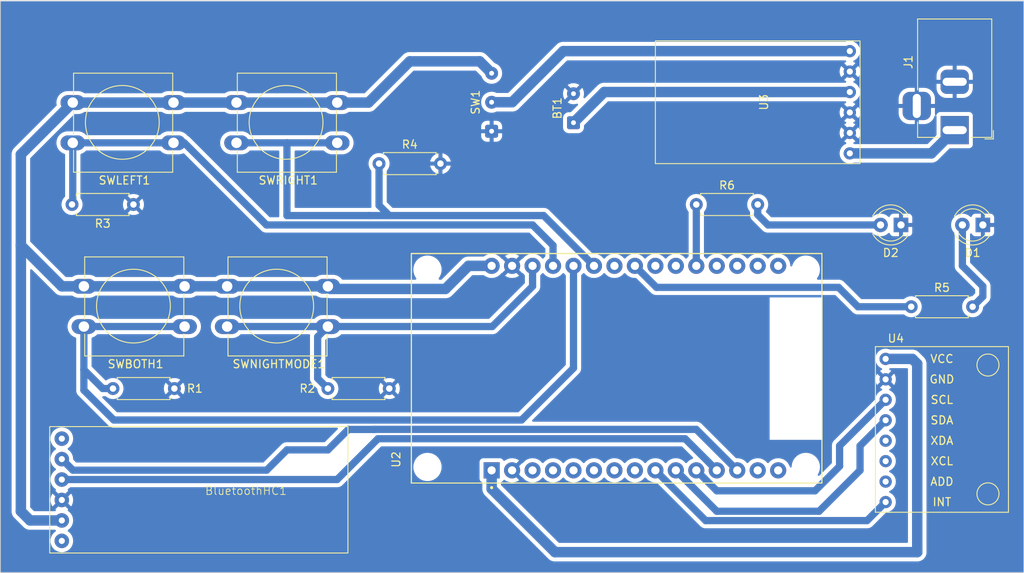
<source format=kicad_pcb>
(kicad_pcb (version 20221018) (generator pcbnew)
  (layers (0 "F.Cu" signal) (31 "B.Cu" signal) (34 "B.Paste" user) (35 "F.Paste" user) (36 "B.SilkS" user "B.Silkscreen") (37 "F.SilkS" user "F.Silkscreen") (38 "B.Mask" user) (39 "F.Mask" user) (44 "Edge.Cuts" user))
  (net 0 "")
  (net 2 "Net-(BluetoothHC1-RX)")
  (net 3 "Net-(BluetoothHC1-TX)")
  (net 4 "GND")
  (net 5 "+5V")
  (net 7 "Net-(D1-A)")
  (net 8 "Net-(D2-A)")
  (net 9 "/bat")
  (net 10 "Net-(U2-D12)")
  (net 11 "Net-(U2-D25)")
  (net 12 "Net-(U2-D14)")
  (net 13 "Net-(U2-D13)")
  (net 14 "Net-(U2-D35)")
  (net 15 "Net-(U2-D27)")
  (net 16 "+3.3V")
  (net 20 "Net-(U2-D19)")
  (net 21 "Net-(U2-D21)")
  (net 22 "Net-(U2-D18)")
  (net 34 "VCC")
  (net 35 "/5vout")
  (footprint "Button_Switch_THT:SW_PUSH-12mm" (layer "F.Cu") (at 82.44 40.6 180)
    (fp_text reference "SWRIGHT1" (at 6.08 -4.66) (layer "F.SilkS"))
    (fp_text value "SW_Push")
    (fp_line (start 0.1 -3.65) (end 12.4 -3.65) (stroke (width 0.12)) (layer "F.SilkS"))
    (fp_line (start 0.1 -0.93) (end 0.1 -3.65) (stroke (width 0.12)) (layer "F.SilkS"))
    (fp_line (start 0.1 4.07) (end 0.1 0.93) (stroke (width 0.12)) (layer "F.SilkS"))
    (fp_line (start 0.1 8.65) (end 0.1 5.93) (stroke (width 0.12)) (layer "F.SilkS"))
    (fp_line (start 12.4 -3.65) (end 12.4 -0.93) (stroke (width 0.12)) (layer "F.SilkS"))
    (fp_line (start 12.4 0.93) (end 12.4 4.07) (stroke (width 0.12)) (layer "F.SilkS"))
    (fp_line (start 12.4 5.93) (end 12.4 8.65) (stroke (width 0.12)) (layer "F.SilkS"))
    (fp_line (start 12.4 8.65) (end 0.1 8.65) (stroke (width 0.12)) (layer "F.SilkS"))
    (fp_circle (center 6.35 2.54) (end 10.16 5.08) (stroke (width 0.12)) (fill none) (layer "F.SilkS"))
    (pad "1" thru_hole oval (at 0 0 180) (size 3.048 1.85) (drill 1.3) (layers "*.Cu" "*.Mask") (net 15 "Net-(U2-D27)"))
    (pad "1" thru_hole oval (at 12.5 0 180) (size 3.048 1.85) (drill 1.3) (layers "*.Cu" "*.Mask") (net 15 "Net-(U2-D27)"))
    (pad "2" thru_hole oval (at 0 5 180) (size 3.048 1.85) (drill 1.3) (layers "*.Cu" "*.Mask") (net 5 "+5V"))
    (pad "2" thru_hole oval (at 12.5 5 180) (size 3.048 1.85) (drill 1.3) (layers "*.Cu" "*.Mask") (net 5 "+5V"))
  )
  (footprint "Connector_Wire:SolderWire-0.1sqmm_1x02_P3.6mm_D0.4mm_OD1mm" (layer "F.Cu") (at 111.76 38.1 90)
    (fp_text reference "BT1" (at 1.8 -2 90) (layer "F.SilkS"))
    (fp_text value "3,7V")
    (pad "1" thru_hole roundrect (at 0 0 90) (size 1.6 1.6) (drill 0.6) (layers "*.Cu" "*.Mask") (roundrect_rratio 0.15625) (net 9 "/bat"))
    (pad "2" thru_hole circle (at 3.6 0 90) (size 1.6 1.6) (drill 0.6) (layers "*.Cu" "*.Mask") (net 4 "GND"))
  )
  (footprint "Resistor_THT:R_Axial_DIN0207_L6.3mm_D2.5mm_P7.62mm_Horizontal" (layer "F.Cu") (at 153.67 60.96)
    (fp_text reference "R5" (at 3.81 -2.37) (layer "F.SilkS"))
    (fp_text value "220")
    (fp_line (start 0.54 -1.37) (end 7.08 -1.37) (stroke (width 0.12)) (layer "F.SilkS"))
    (fp_line (start 0.54 -1.04) (end 0.54 -1.37) (stroke (width 0.12)) (layer "F.SilkS"))
    (fp_line (start 0.54 1.04) (end 0.54 1.37) (stroke (width 0.12)) (layer "F.SilkS"))
    (fp_line (start 0.54 1.37) (end 7.08 1.37) (stroke (width 0.12)) (layer "F.SilkS"))
    (fp_line (start 7.08 -1.37) (end 7.08 -1.04) (stroke (width 0.12)) (layer "F.SilkS"))
    (fp_line (start 7.08 1.37) (end 7.08 1.04) (stroke (width 0.12)) (layer "F.SilkS"))
    (pad "1" thru_hole circle (at 0 0) (size 1.6 1.6) (drill 0.8) (layers "*.Cu" "*.Mask") (net 11 "Net-(U2-D25)"))
    (pad "2" thru_hole oval (at 7.62 0) (size 1.6 1.6) (drill 0.8) (layers "*.Cu" "*.Mask") (net 7 "Net-(D1-A)"))
  )
  (footprint "ESP32FOOTP:MODULE_ESP32_DEVKIT_V1" (layer "F.Cu") (at 117.115 68.58 90)
    (fp_text reference "U2" (at -11.355 -27.36 90) (layer "F.SilkS"))
    (fp_text value "ESP32-DEVKIT-V1")
    (fp_line (start -14.28 -25.475) (end -3.211 -25.475) (stroke (width 0.127)) (layer "F.SilkS"))
    (fp_line (start -14.28 -25.475) (end 14.23 -25.475) (stroke (width 0.127)) (layer "F.SilkS"))
    (fp_line (start -14.28 25.475) (end -14.28 -25.475) (stroke (width 0.127)) (layer "F.SilkS"))
    (fp_line (start -14.28 25.475) (end -14.28 -25.475) (stroke (width 0.127)) (layer "F.SilkS"))
    (fp_line (start -14.28 25.475) (end -8.91 25.475) (stroke (width 0.127)) (layer "F.SilkS"))
    (fp_line (start -8.91 25.475) (end 8.78 25.475) (stroke (width 0.127)) (layer "F.SilkS"))
    (fp_line (start -3.211 -25.475) (end 3.5 -25.475) (stroke (width 0.127)) (layer "F.SilkS"))
    (fp_line (start 3.5 -25.475) (end 14.23 -25.475) (stroke (width 0.127)) (layer "F.SilkS"))
    (fp_line (start 8.78 25.475) (end 14.23 25.475) (stroke (width 0.127)) (layer "F.SilkS"))
    (fp_line (start 14.23 -25.475) (end 14.23 25.475) (stroke (width 0.127)) (layer "F.SilkS"))
    (fp_line (start 14.23 -25.475) (end 14.23 25.475) (stroke (width 0.127)) (layer "F.SilkS"))
    (fp_line (start 14.23 25.475) (end -14.28 25.475) (stroke (width 0.127)) (layer "F.SilkS"))
    (fp_circle (center -14.85 -15.515) (end -14.75 -15.515) (stroke (width 0.2)) (fill none) (layer "F.SilkS"))
    (pad "" np_thru_hole circle (at -12.28 -23.475 90) (size 3 3) (drill 3) (layers "*.Cu" "*.Mask"))
    (pad "" np_thru_hole circle (at -12.28 23.475 90) (size 3 3) (drill 3) (layers "*.Cu" "*.Mask"))
    (pad "" np_thru_hole circle (at 12.23 -23.475 90) (size 3 3) (drill 3) (layers "*.Cu" "*.Mask"))
    (pad "" np_thru_hole circle (at 12.23 23.475 90) (size 3 3) (drill 3) (layers "*.Cu" "*.Mask"))
    (pad "1" thru_hole rect (at -12.7 -15.515 90) (size 2 2) (drill 1.02) (layers "*.Cu" "*.Mask") (net 16 "+3.3V"))
    (pad "2" thru_hole circle (at -12.7 -12.975 90) (size 2 2) (drill 1.02) (layers "*.Cu" "*.Mask") (net 4 "GND"))
    (pad "3" thru_hole circle (at -12.7 -10.435 90) (size 2 2) (drill 1.02) (layers "*.Cu" "*.Mask"))
    (pad "4" thru_hole circle (at -12.7 -7.895 90) (size 2 2) (drill 1.02) (layers "*.Cu" "*.Mask"))
    (pad "5" thru_hole circle (at -12.7 -5.355 90) (size 2 2) (drill 1.02) (layers "*.Cu" "*.Mask"))
    (pad "6" thru_hole circle (at -12.7 -2.815 90) (size 2 2) (drill 1.02) (layers "*.Cu" "*.Mask"))
    (pad "7" thru_hole circle (at -12.7 -0.275 90) (size 2 2) (drill 1.02) (layers "*.Cu" "*.Mask"))
    (pad "8" thru_hole circle (at -12.7 2.265 90) (size 2 2) (drill 1.02) (layers "*.Cu" "*.Mask"))
    (pad "9" thru_hole circle (at -12.7 4.805 90) (size 2 2) (drill 1.02) (layers "*.Cu" "*.Mask") (net 22 "Net-(U2-D18)"))
    (pad "10" thru_hole circle (at -12.7 7.345 90) (size 2 2) (drill 1.02) (layers "*.Cu" "*.Mask") (net 20 "Net-(U2-D19)"))
    (pad "11" thru_hole circle (at -12.7 9.885 90) (size 2 2) (drill 1.02) (layers "*.Cu" "*.Mask") (net 21 "Net-(U2-D21)"))
    (pad "12" thru_hole circle (at -12.7 12.425 90) (size 2 2) (drill 1.02) (layers "*.Cu" "*.Mask") (net 3 "Net-(BluetoothHC1-TX)"))
    (pad "13" thru_hole circle (at -12.7 14.965 90) (size 2 2) (drill 1.02) (layers "*.Cu" "*.Mask") (net 2 "Net-(BluetoothHC1-RX)"))
    (pad "14" thru_hole circle (at -12.7 17.505 90) (size 2 2) (drill 1.02) (layers "*.Cu" "*.Mask"))
    (pad "15" thru_hole circle (at -12.7 20.045 90) (size 2 2) (drill 1.02) (layers "*.Cu" "*.Mask"))
    (pad "16" thru_hole circle (at 12.7 20.045 90) (size 2 2) (drill 1.02) (layers "*.Cu" "*.Mask"))
    (pad "17" thru_hole circle (at 12.7 17.505 90) (size 2 2) (drill 1.02) (layers "*.Cu" "*.Mask"))
    (pad "18" thru_hole circle (at 12.7 14.965 90) (size 2 2) (drill 1.02) (layers "*.Cu" "*.Mask"))
    (pad "19" thru_hole circle (at 12.7 12.425 90) (size 2 2) (drill 1.02) (layers "*.Cu" "*.Mask"))
    (pad "20" thru_hole circle (at 12.7 9.885 90) (size 2 2) (drill 1.02) (layers "*.Cu" "*.Mask") (net 14 "Net-(U2-D35)"))
    (pad "21" thru_hole circle (at 12.7 7.345 90) (size 2 2) (drill 1.02) (layers "*.Cu" "*.Mask"))
    (pad "22" thru_hole circle (at 12.7 4.805 90) (size 2 2) (drill 1.02) (layers "*.Cu" "*.Mask"))
    (pad "23" thru_hole circle (at 12.7 2.265 90) (size 2 2) (drill 1.02) (layers "*.Cu" "*.Mask") (net 11 "Net-(U2-D25)"))
    (pad "24" thru_hole circle (at 12.7 -0.275 90) (size 2 2) (drill 1.02) (layers "*.Cu" "*.Mask"))
    (pad "25" thru_hole circle (at 12.7 -2.815 90) (size 2 2) (drill 1.02) (layers "*.Cu" "*.Mask") (net 15 "Net-(U2-D27)"))
    (pad "26" thru_hole circle (at 12.7 -5.355 90) (size 2 2) (drill 1.02) (layers "*.Cu" "*.Mask") (net 12 "Net-(U2-D14)"))
    (pad "27" thru_hole circle (at 12.7 -7.895 90) (size 2 2) (drill 1.02) (layers "*.Cu" "*.Mask") (net 10 "Net-(U2-D12)"))
    (pad "28" thru_hole circle (at 12.7 -10.435 90) (size 2 2) (drill 1.02) (layers "*.Cu" "*.Mask") (net 13 "Net-(U2-D13)"))
    (pad "29" thru_hole circle (at 12.7 -12.975 90) (size 2 2) (drill 1.02) (layers "*.Cu" "*.Mask") (net 4 "GND"))
    (pad "30" thru_hole circle (at 12.7 -15.515 90) (size 2 2) (drill 1.02) (layers "*.Cu" "*.Mask") (net 5 "+5V"))
    (zone (net 0) (net_name "") (layer "B.Cu") (connect_pads (clearance 0)) (min_thickness 0.01)
      (keepout (tracks not_allowed) (vias not_allowed) (pads not_allowed) (copperpour not_allowed) (footprints allowed))
      (fill (thermal_gap 0.508) (thermal_bridge_width 0.508))
      (polygon (pts (xy 136.1 77.49) (xy 136.1 59.8) (xy 142.59 59.8) (xy 142.59 77.49)))
    )
  )
  (footprint "Resistor_THT:R_Axial_DIN0207_L6.3mm_D2.5mm_P7.62mm_Horizontal" (layer "F.Cu") (at 88.9 71.12 180)
    (fp_text reference "R2" (at 10.16 0) (layer "F.SilkS"))
    (fp_text value "220")
    (fp_line (start 0.54 -1.37) (end 7.08 -1.37) (stroke (width 0.12)) (layer "F.SilkS"))
    (fp_line (start 0.54 -1.04) (end 0.54 -1.37) (stroke (width 0.12)) (layer "F.SilkS"))
    (fp_line (start 0.54 1.04) (end 0.54 1.37) (stroke (width 0.12)) (layer "F.SilkS"))
    (fp_line (start 0.54 1.37) (end 7.08 1.37) (stroke (width 0.12)) (layer "F.SilkS"))
    (fp_line (start 7.08 -1.37) (end 7.08 -1.04) (stroke (width 0.12)) (layer "F.SilkS"))
    (fp_line (start 7.08 1.37) (end 7.08 1.04) (stroke (width 0.12)) (layer "F.SilkS"))
    (pad "1" thru_hole circle (at 0 0 180) (size 1.6 1.6) (drill 0.8) (layers "*.Cu" "*.Mask") (net 4 "GND"))
    (pad "2" thru_hole oval (at 7.62 0 180) (size 1.6 1.6) (drill 0.8) (layers "*.Cu" "*.Mask") (net 13 "Net-(U2-D13)"))
  )
  (footprint "Button_Switch_THT:SW_PUSH-12mm" (layer "F.Cu") (at 81.28 63.42 180)
    (fp_text reference "SWNIGHTMODE1" (at 6.08 -4.66) (layer "F.SilkS"))
    (fp_text value "SW_Push")
    (fp_line (start 0.1 -3.65) (end 12.4 -3.65) (stroke (width 0.12)) (layer "F.SilkS"))
    (fp_line (start 0.1 -0.93) (end 0.1 -3.65) (stroke (width 0.12)) (layer "F.SilkS"))
    (fp_line (start 0.1 4.07) (end 0.1 0.93) (stroke (width 0.12)) (layer "F.SilkS"))
    (fp_line (start 0.1 8.65) (end 0.1 5.93) (stroke (width 0.12)) (layer "F.SilkS"))
    (fp_line (start 12.4 -3.65) (end 12.4 -0.93) (stroke (width 0.12)) (layer "F.SilkS"))
    (fp_line (start 12.4 0.93) (end 12.4 4.07) (stroke (width 0.12)) (layer "F.SilkS"))
    (fp_line (start 12.4 5.93) (end 12.4 8.65) (stroke (width 0.12)) (layer "F.SilkS"))
    (fp_line (start 12.4 8.65) (end 0.1 8.65) (stroke (width 0.12)) (layer "F.SilkS"))
    (fp_circle (center 6.35 2.54) (end 10.16 5.08) (stroke (width 0.12)) (fill none) (layer "F.SilkS"))
    (pad "1" thru_hole oval (at 0 0 180) (size 3.048 1.85) (drill 1.3) (layers "*.Cu" "*.Mask") (net 13 "Net-(U2-D13)"))
    (pad "1" thru_hole oval (at 12.5 0 180) (size 3.048 1.85) (drill 1.3) (layers "*.Cu" "*.Mask") (net 13 "Net-(U2-D13)"))
    (pad "2" thru_hole oval (at 0 5 180) (size 3.048 1.85) (drill 1.3) (layers "*.Cu" "*.Mask") (net 5 "+5V"))
    (pad "2" thru_hole oval (at 12.5 5 180) (size 3.048 1.85) (drill 1.3) (layers "*.Cu" "*.Mask") (net 5 "+5V"))
  )
  (footprint "Resistor_THT:R_Axial_DIN0207_L6.3mm_D2.5mm_P7.62mm_Horizontal" (layer "F.Cu") (at 87.63 43.18)
    (fp_text reference "R4" (at 3.81 -2.37) (layer "F.SilkS"))
    (fp_text value "220")
    (fp_line (start 0.54 -1.37) (end 7.08 -1.37) (stroke (width 0.12)) (layer "F.SilkS"))
    (fp_line (start 0.54 -1.04) (end 0.54 -1.37) (stroke (width 0.12)) (layer "F.SilkS"))
    (fp_line (start 0.54 1.04) (end 0.54 1.37) (stroke (width 0.12)) (layer "F.SilkS"))
    (fp_line (start 0.54 1.37) (end 7.08 1.37) (stroke (width 0.12)) (layer "F.SilkS"))
    (fp_line (start 7.08 -1.37) (end 7.08 -1.04) (stroke (width 0.12)) (layer "F.SilkS"))
    (fp_line (start 7.08 1.37) (end 7.08 1.04) (stroke (width 0.12)) (layer "F.SilkS"))
    (pad "1" thru_hole circle (at 0 0) (size 1.6 1.6) (drill 0.8) (layers "*.Cu" "*.Mask") (net 15 "Net-(U2-D27)"))
    (pad "2" thru_hole oval (at 7.62 0) (size 1.6 1.6) (drill 0.8) (layers "*.Cu" "*.Mask") (net 4 "GND"))
  )
  (footprint "Resistor_THT:R_Axial_DIN0207_L6.3mm_D2.5mm_P7.62mm_Horizontal" (layer "F.Cu") (at 127 48.26)
    (fp_text reference "R6" (at 3.81 -2.37) (layer "F.SilkS"))
    (fp_text value "220")
    (fp_line (start 0.54 -1.37) (end 7.08 -1.37) (stroke (width 0.12)) (layer "F.SilkS"))
    (fp_line (start 0.54 -1.04) (end 0.54 -1.37) (stroke (width 0.12)) (layer "F.SilkS"))
    (fp_line (start 0.54 1.04) (end 0.54 1.37) (stroke (width 0.12)) (layer "F.SilkS"))
    (fp_line (start 0.54 1.37) (end 7.08 1.37) (stroke (width 0.12)) (layer "F.SilkS"))
    (fp_line (start 7.08 -1.37) (end 7.08 -1.04) (stroke (width 0.12)) (layer "F.SilkS"))
    (fp_line (start 7.08 1.37) (end 7.08 1.04) (stroke (width 0.12)) (layer "F.SilkS"))
    (pad "1" thru_hole circle (at 0 0) (size 1.6 1.6) (drill 0.8) (layers "*.Cu" "*.Mask") (net 14 "Net-(U2-D35)"))
    (pad "2" thru_hole oval (at 7.62 0) (size 1.6 1.6) (drill 0.8) (layers "*.Cu" "*.Mask") (net 8 "Net-(D2-A)"))
  )
  (footprint "Button_Switch_THT:SW_PUSH-12mm" (layer "F.Cu") (at 63.5 63.42 180)
    (fp_text reference "SWBOTH1" (at 6.08 -4.66) (layer "F.SilkS"))
    (fp_text value "SW_Push")
    (fp_line (start 0.1 -3.65) (end 12.4 -3.65) (stroke (width 0.12)) (layer "F.SilkS"))
    (fp_line (start 0.1 -0.93) (end 0.1 -3.65) (stroke (width 0.12)) (layer "F.SilkS"))
    (fp_line (start 0.1 4.07) (end 0.1 0.93) (stroke (width 0.12)) (layer "F.SilkS"))
    (fp_line (start 0.1 8.65) (end 0.1 5.93) (stroke (width 0.12)) (layer "F.SilkS"))
    (fp_line (start 12.4 -3.65) (end 12.4 -0.93) (stroke (width 0.12)) (layer "F.SilkS"))
    (fp_line (start 12.4 0.93) (end 12.4 4.07) (stroke (width 0.12)) (layer "F.SilkS"))
    (fp_line (start 12.4 5.93) (end 12.4 8.65) (stroke (width 0.12)) (layer "F.SilkS"))
    (fp_line (start 12.4 8.65) (end 0.1 8.65) (stroke (width 0.12)) (layer "F.SilkS"))
    (fp_circle (center 6.35 2.54) (end 10.16 5.08) (stroke (width 0.12)) (fill none) (layer "F.SilkS"))
    (pad "1" thru_hole oval (at 0 0 180) (size 3.048 1.85) (drill 1.3) (layers "*.Cu" "*.Mask") (net 12 "Net-(U2-D14)"))
    (pad "1" thru_hole oval (at 12.5 0 180) (size 3.048 1.85) (drill 1.3) (layers "*.Cu" "*.Mask") (net 12 "Net-(U2-D14)"))
    (pad "2" thru_hole oval (at 0 5 180) (size 3.048 1.85) (drill 1.3) (layers "*.Cu" "*.Mask") (net 5 "+5V"))
    (pad "2" thru_hole oval (at 12.5 5 180) (size 3.048 1.85) (drill 1.3) (layers "*.Cu" "*.Mask") (net 5 "+5V"))
  )
  (footprint "LED_THT:LED_D4.0mm" (layer "F.Cu") (at 162.56 50.8 180)
    (fp_text reference "D1" (at 1.27 -3.46) (layer "F.SilkS"))
    (fp_text value "LED")
    (fp_line (start -0.79 -1.399) (end -0.79 -1.08) (stroke (width 0.12)) (layer "F.SilkS"))
    (fp_line (start -0.79 1.08) (end -0.79 1.399) (stroke (width 0.12)) (layer "F.SilkS"))
    (fp_arc (start -0.79 -1.398749) (mid 1.453519 -2.483228) (end 3.513242 -1.080724) (stroke (width 0.12)) (layer "F.SilkS"))
    (fp_arc (start -0.41333 -1.08) (mid 1.269429 -2) (end 2.952713 -1.080961) (stroke (width 0.12)) (layer "F.SilkS"))
    (fp_arc (start 2.952713 1.080961) (mid 1.269429 2) (end -0.41333 1.08) (stroke (width 0.12)) (layer "F.SilkS"))
    (fp_arc (start 3.513242 1.080724) (mid 1.453519 2.483228) (end -0.79 1.398749) (stroke (width 0.12)) (layer "F.SilkS"))
    (pad "1" thru_hole rect (at 0 0 180) (size 1.8 1.8) (drill 0.9) (layers "*.Cu" "*.Mask") (net 4 "GND"))
    (pad "2" thru_hole circle (at 2.54 0 180) (size 1.8 1.8) (drill 0.9) (layers "*.Cu" "*.Mask") (net 7 "Net-(D1-A)"))
  )
  (footprint "cd42:mh-cd42" (layer "F.Cu") (at 134.62 35.56 90)
    (fp_text reference "U3" (at 0 0.77 90 unlocked) (layer "F.SilkS"))
    (fp_text value "mh-cd42")
    (fp_rect (start -7.62 -12.7) (end 7.62 12.7) (stroke (width 0.12)) (fill none) (layer "F.SilkS"))
    (pad "1" thru_hole circle (at -6.35 11.43 90) (size 1.524 1.524) (drill 0.762) (layers "*.Cu" "*.Mask") (net 34 "VCC"))
    (pad "2" thru_hole circle (at -3.81 11.43 90) (size 1.524 1.524) (drill 0.762) (layers "*.Cu" "*.Mask") (net 4 "GND"))
    (pad "3" thru_hole circle (at -1.27 11.43 90) (size 1.524 1.524) (drill 0.762) (layers "*.Cu" "*.Mask") (net 4 "GND"))
    (pad "4" thru_hole circle (at 1.27 11.43 90) (size 1.524 1.524) (drill 0.762) (layers "*.Cu" "*.Mask") (net 9 "/bat"))
    (pad "5" thru_hole circle (at 3.81 11.43 90) (size 1.524 1.524) (drill 0.762) (layers "*.Cu" "*.Mask") (net 4 "GND"))
    (pad "6" thru_hole circle (at 6.35 11.43 90) (size 1.524 1.524) (drill 0.762) (layers "*.Cu" "*.Mask") (net 35 "/5vout"))
  )
  (footprint "Button_Switch_THT:SW_PUSH-12mm" (layer "F.Cu") (at 62.12 40.6 180)
    (fp_text reference "SWLEFT1" (at 6.08 -4.66) (layer "F.SilkS"))
    (fp_text value "SW_Push")
    (fp_line (start 0.1 -3.65) (end 12.4 -3.65) (stroke (width 0.12)) (layer "F.SilkS"))
    (fp_line (start 0.1 -0.93) (end 0.1 -3.65) (stroke (width 0.12)) (layer "F.SilkS"))
    (fp_line (start 0.1 4.07) (end 0.1 0.93) (stroke (width 0.12)) (layer "F.SilkS"))
    (fp_line (start 0.1 8.65) (end 0.1 5.93) (stroke (width 0.12)) (layer "F.SilkS"))
    (fp_line (start 12.4 -3.65) (end 12.4 -0.93) (stroke (width 0.12)) (layer "F.SilkS"))
    (fp_line (start 12.4 0.93) (end 12.4 4.07) (stroke (width 0.12)) (layer "F.SilkS"))
    (fp_line (start 12.4 5.93) (end 12.4 8.65) (stroke (width 0.12)) (layer "F.SilkS"))
    (fp_line (start 12.4 8.65) (end 0.1 8.65) (stroke (width 0.12)) (layer "F.SilkS"))
    (fp_circle (center 6.35 2.54) (end 10.16 5.08) (stroke (width 0.12)) (fill none) (layer "F.SilkS"))
    (pad "1" thru_hole oval (at 0 0 180) (size 3.048 1.85) (drill 1.3) (layers "*.Cu" "*.Mask") (net 10 "Net-(U2-D12)"))
    (pad "1" thru_hole oval (at 12.5 0 180) (size 3.048 1.85) (drill 1.3) (layers "*.Cu" "*.Mask") (net 10 "Net-(U2-D12)"))
    (pad "2" thru_hole oval (at 0 5 180) (size 3.048 1.85) (drill 1.3) (layers "*.Cu" "*.Mask") (net 5 "+5V"))
    (pad "2" thru_hole oval (at 12.5 5 180) (size 3.048 1.85) (drill 1.3) (layers "*.Cu" "*.Mask") (net 5 "+5V"))
  )
  (footprint "Connector_Wire:SolderWire-0.1sqmm_1x03_P3.6mm_D0.4mm_OD1mm" (layer "F.Cu") (at 101.6 39.16 90)
    (fp_text reference "SW1" (at 3.6 -2 90) (layer "F.SilkS"))
    (fp_text value "SW_SPDT")
    (pad "1" thru_hole roundrect (at 0 0 90) (size 1.6 1.6) (drill 0.6) (layers "*.Cu" "*.Mask") (roundrect_rratio 0.15625) (net 4 "GND"))
    (pad "2" thru_hole circle (at 3.6 0 90) (size 1.6 1.6) (drill 0.6) (layers "*.Cu" "*.Mask") (net 35 "/5vout"))
    (pad "3" thru_hole circle (at 7.2 0 90) (size 1.6 1.6) (drill 0.6) (layers "*.Cu" "*.Mask") (net 5 "+5V"))
  )
  (footprint "Connector_BarrelJack:BarrelJack_Horizontal" (layer "F.Cu") (at 159.0625 39.02 -90)
    (fp_text reference "J1" (at -8.45 5.75 90) (layer "F.SilkS"))
    (fp_text value "Barrel_Jack_Switch")
    (fp_line (start -13.8 -4.6) (end 0.9 -4.6) (stroke (width 0.12)) (layer "F.SilkS"))
    (fp_line (start -13.8 4.6) (end -13.8 -4.6) (stroke (width 0.12)) (layer "F.SilkS"))
    (fp_line (start -5 4.6) (end -13.8 4.6) (stroke (width 0.12)) (layer "F.SilkS"))
    (fp_line (start 0.05 -4.8) (end 1.1 -4.8) (stroke (width 0.12)) (layer "F.SilkS"))
    (fp_line (start 0.9 -4.6) (end 0.9 -2) (stroke (width 0.12)) (layer "F.SilkS"))
    (fp_line (start 0.9 1.9) (end 0.9 4.6) (stroke (width 0.12)) (layer "F.SilkS"))
    (fp_line (start 0.9 4.6) (end -1 4.6) (stroke (width 0.12)) (layer "F.SilkS"))
    (fp_line (start 1.1 -3.75) (end 1.1 -4.8) (stroke (width 0.12)) (layer "F.SilkS"))
    (pad "1" thru_hole rect (at 0 0 270) (size 3.5 3.5) (drill oval 1 3) (layers "*.Cu" "*.Mask") (net 34 "VCC"))
    (pad "2" thru_hole roundrect (at -6 0 270) (size 3 3.5) (drill oval 1 3) (layers "*.Cu" "*.Mask") (net 4 "GND"))
    (pad "3" thru_hole roundrect (at -3 4.7 270) (size 3.5 3.5) (drill oval 3 1) (layers "*.Cu" "*.Mask") (net 4 "GND"))
  )
  (footprint "Resistor_THT:R_Axial_DIN0207_L6.3mm_D2.5mm_P7.62mm_Horizontal" (layer "F.Cu") (at 57.15 48.26 180)
    (fp_text reference "R3" (at 3.81 -2.37) (layer "F.SilkS"))
    (fp_text value "220")
    (fp_line (start 0.54 -1.37) (end 7.08 -1.37) (stroke (width 0.12)) (layer "F.SilkS"))
    (fp_line (start 0.54 -1.04) (end 0.54 -1.37) (stroke (width 0.12)) (layer "F.SilkS"))
    (fp_line (start 0.54 1.04) (end 0.54 1.37) (stroke (width 0.12)) (layer "F.SilkS"))
    (fp_line (start 0.54 1.37) (end 7.08 1.37) (stroke (width 0.12)) (layer "F.SilkS"))
    (fp_line (start 7.08 -1.37) (end 7.08 -1.04) (stroke (width 0.12)) (layer "F.SilkS"))
    (fp_line (start 7.08 1.37) (end 7.08 1.04) (stroke (width 0.12)) (layer "F.SilkS"))
    (pad "1" thru_hole circle (at 0 0 180) (size 1.6 1.6) (drill 0.8) (layers "*.Cu" "*.Mask") (net 4 "GND"))
    (pad "2" thru_hole oval (at 7.62 0 180) (size 1.6 1.6) (drill 0.8) (layers "*.Cu" "*.Mask") (net 10 "Net-(U2-D12)"))
  )
  (footprint "LED_THT:LED_D4.0mm" (layer "F.Cu") (at 152.4 50.8 180)
    (fp_text reference "D2" (at 1.27 -3.46) (layer "F.SilkS"))
    (fp_text value "LED")
    (fp_line (start -0.79 -1.399) (end -0.79 -1.08) (stroke (width 0.12)) (layer "F.SilkS"))
    (fp_line (start -0.79 1.08) (end -0.79 1.399) (stroke (width 0.12)) (layer "F.SilkS"))
    (fp_arc (start -0.79 -1.398749) (mid 1.453519 -2.483228) (end 3.513242 -1.080724) (stroke (width 0.12)) (layer "F.SilkS"))
    (fp_arc (start -0.41333 -1.08) (mid 1.269429 -2) (end 2.952713 -1.080961) (stroke (width 0.12)) (layer "F.SilkS"))
    (fp_arc (start 2.952713 1.080961) (mid 1.269429 2) (end -0.41333 1.08) (stroke (width 0.12)) (layer "F.SilkS"))
    (fp_arc (start 3.513242 1.080724) (mid 1.453519 2.483228) (end -0.79 1.398749) (stroke (width 0.12)) (layer "F.SilkS"))
    (pad "1" thru_hole rect (at 0 0 180) (size 1.8 1.8) (drill 0.9) (layers "*.Cu" "*.Mask") (net 4 "GND"))
    (pad "2" thru_hole circle (at 2.54 0 180) (size 1.8 1.8) (drill 0.9) (layers "*.Cu" "*.Mask") (net 8 "Net-(D2-A)"))
  )
  (footprint "hc-05:hc-05" (layer "F.Cu") (at 66.04 83.82 -90)
    (fp_text reference "BluetoothHC1" (at 0 -5.08 unlocked) (layer "F.SilkS") (effects (font (thickness 0.1))))
    (fp_text value "~")
    (fp_rect (start -7.977 -17.72) (end 7.723 19.28) (stroke (width 0.1)) (fill none) (layer "F.SilkS"))
    (fp_rect (start -7.977 -17.72) (end 7.723 19.28) (stroke (width 0.1)) (fill none) (layer "F.SilkS"))
    (pad "1" thru_hole circle (at -6.477 17.78 270) (size 1.8 1.8) (drill 0.762) (layers "*.Cu" "*.Mask"))
    (pad "2" thru_hole circle (at -3.937 17.78 270) (size 1.8 1.8) (drill 0.762) (layers "*.Cu" "*.Mask") (net 2 "Net-(BluetoothHC1-RX)"))
    (pad "3" thru_hole circle (at -1.397 17.78 270) (size 1.8 1.8) (drill 0.762) (layers "*.Cu" "*.Mask") (net 3 "Net-(BluetoothHC1-TX)"))
    (pad "4" thru_hole circle (at 1.143 17.78 270) (size 1.8 1.8) (drill 0.762) (layers "*.Cu" "*.Mask") (net 4 "GND"))
    (pad "5" thru_hole circle (at 3.683 17.78 270) (size 1.8 1.8) (drill 0.762) (layers "*.Cu" "*.Mask") (net 5 "+5V"))
    (pad "6" thru_hole circle (at 6.223 17.78 270) (size 1.8 1.8) (drill 0.762) (layers "*.Cu" "*.Mask"))
  )
  (footprint "Resistor_THT:R_Axial_DIN0207_L6.3mm_D2.5mm_P7.62mm_Horizontal" (layer "F.Cu") (at 62.23 71.12 180)
    (fp_text reference "R1" (at -2.54 0) (layer "F.SilkS"))
    (fp_text value "220" hide)
    (fp_line (start 0.54 -1.37) (end 7.08 -1.37) (stroke (width 0.12)) (layer "F.SilkS"))
    (fp_line (start 0.54 -1.04) (end 0.54 -1.37) (stroke (width 0.12)) (layer "F.SilkS"))
    (fp_line (start 0.54 1.04) (end 0.54 1.37) (stroke (width 0.12)) (layer "F.SilkS"))
    (fp_line (start 0.54 1.37) (end 7.08 1.37) (stroke (width 0.12)) (layer "F.SilkS"))
    (fp_line (start 7.08 -1.37) (end 7.08 -1.04) (stroke (width 0.12)) (layer "F.SilkS"))
    (fp_line (start 7.08 1.37) (end 7.08 1.04) (stroke (width 0.12)) (layer "F.SilkS"))
    (pad "1" thru_hole circle (at 0 0 180) (size 1.6 1.6) (drill 0.8) (layers "*.Cu" "*.Mask") (net 4 "GND"))
    (pad "2" thru_hole oval (at 7.62 0 180) (size 1.6 1.6) (drill 0.8) (layers "*.Cu" "*.Mask") (net 12 "Net-(U2-D14)"))
  )
  (footprint "usini_sensors:module_mpu6050" (layer "F.Cu") (at 150.495 85.217)
    (fp_text reference "U4" (at 1.27 -20.32) (layer "F.SilkS"))
    (fp_text value "module_mpu6050")
    (fp_text user "VCC" (at 6.985 -17.78) (layer "F.SilkS"))
    (fp_text user "INT" (at 6.985 0) (layer "F.SilkS"))
    (fp_text user "SDA" (at 6.985 -10.16) (layer "F.SilkS"))
    (fp_text user "XDA" (at 6.985 -7.62) (layer "F.SilkS"))
    (fp_text user "SCL" (at 6.985 -12.7) (layer "F.SilkS"))
    (fp_text user "XCL" (at 6.985 -5.08) (layer "F.SilkS"))
    (fp_text user "ADD" (at 6.985 -2.54) (layer "F.SilkS"))
    (fp_text user "GND" (at 6.985 -15.24) (layer "F.SilkS"))
    (fp_line (start -1.27 -19.304) (end 15.24 -19.304) (stroke (width 0.12)) (layer "F.SilkS"))
    (fp_line (start -1.27 1.27) (end -1.27 -19.304) (stroke (width 0.12)) (layer "F.SilkS"))
    (fp_line (start 15.24 -19.304) (end 15.24 1.27) (stroke (width 0.12)) (layer "F.SilkS"))
    (fp_line (start 15.24 1.27) (end -1.27 1.27) (stroke (width 0.12)) (layer "F.SilkS"))
    (fp_circle (center 12.7 -17.018) (end 13.208 -15.748) (stroke (width 0.12)) (fill none) (layer "F.SilkS"))
    (fp_circle (center 12.7 -1.016) (end 13.208 0.254) (stroke (width 0.12)) (fill none) (layer "F.SilkS"))
    (pad "1" thru_hole circle (at 0 -17.78) (size 1.524 1.524) (drill 0.762) (layers "*.Cu" "*.Mask") (net 16 "+3.3V"))
    (pad "2" thru_hole circle (at 0 -15.24) (size 1.524 1.524) (drill 0.762) (layers "*.Cu" "*.Mask") (net 4 "GND"))
    (pad "3" thru_hole circle (at 0 -12.7) (size 1.524 1.524) (drill 0.762) (layers "*.Cu" "*.Mask") (net 21 "Net-(U2-D21)"))
    (pad "4" thru_hole circle (at 0 -10.16) (size 1.524 1.524) (drill 0.762) (layers "*.Cu" "*.Mask") (net 20 "Net-(U2-D19)"))
    (pad "5" thru_hole circle (at 0 -7.62) (size 1.524 1.524) (drill 0.762) (layers "*.Cu" "*.Mask"))
    (pad "6" thru_hole circle (at 0 -5.08) (size 1.524 1.524) (drill 0.762) (layers "*.Cu" "*.Mask"))
    (pad "7" thru_hole circle (at 0 -2.54) (size 1.524 1.524) (drill 0.762) (layers "*.Cu" "*.Mask"))
    (pad "8" thru_hole circle (at 0 0) (size 1.524 1.524) (drill 0.762) (layers "*.Cu" "*.Mask") (net 22 "Net-(U2-D18)"))
  )
  (gr_rect (start 40.64 22.972) (end 167.64 93.98) (stroke (width 0.1)) (fill none) (layer "Edge.Cuts"))
  (segment (start 73.681 81.259) (end 49.636 81.259) (width 0.9) (layer "B.Cu") (net 2))
  (segment (start 87.009855 76.19) (end 86.999855 76.2) (width 0.9) (layer "B.Cu") (net 2))
  (segment (start 126.99 76.19) (end 87.009855 76.19) (width 0.9) (layer "B.Cu") (net 2))
  (segment (start 49.636 81.259) (end 48.26 79.883) (width 0.9) (layer "B.Cu") (net 2))
  (segment (start 132.08 81.28) (end 126.99 76.19) (width 0.9) (layer "B.Cu") (net 2))
  (segment (start 76.2 78.74) (end 73.681 81.259) (width 0.9) (layer "B.Cu") (net 2))
  (segment (start 86.999855 76.2) (end 83.82 76.2) (width 0.9) (layer "B.Cu") (net 2))
  (segment (start 81.28 78.74) (end 76.2 78.74) (width 0.9) (layer "B.Cu") (net 2))
  (segment (start 83.82 76.2) (end 81.28 78.74) (width 0.9) (layer "B.Cu") (net 2))
  (segment (start 87.492 77.354) (end 82.423 82.423) (width 0.9) (layer "B.Cu") (net 3))
  (segment (start 125.614 77.354) (end 87.492 77.354) (width 0.9) (layer "B.Cu") (net 3))
  (segment (start 129.54 81.28) (end 125.614 77.354) (width 0.9) (layer "B.Cu") (net 3))
  (segment (start 82.423 82.423) (end 48.26 82.423) (width 0.9) (layer "B.Cu") (net 3))
  (segment (start 82.44 35.6) (end 69.94 35.6) (width 1.3) (layer "B.Cu") (net 5))
  (segment (start 48.26 58.42) (end 51 58.42) (width 1.3) (layer "B.Cu") (net 5))
  (segment (start 43.18 53.34) (end 48.26 58.42) (width 1.3) (layer "B.Cu") (net 5))
  (segment (start 44.323 87.503) (end 48.26 87.503) (width 1.3) (layer "B.Cu") (net 5))
  (segment (start 82.44 35.6) (end 86.32 35.6) (width 1.3) (layer "B.Cu") (net 5))
  (segment (start 98.73 55.88) (end 101.6 55.88) (width 1.3) (layer "B.Cu") (net 5))
  (segment (start 51 58.42) (end 63.5 58.42) (width 1.3) (layer "B.Cu") (net 5))
  (segment (start 43.18 42.04) (end 43.18 53.34) (width 1.3) (layer "B.Cu") (net 5))
  (segment (start 63.5 58.42) (end 68.78 58.42) (width 1.3) (layer "B.Cu") (net 5))
  (segment (start 81.61 58.75) (end 95.86 58.75) (width 1.3) (layer "B.Cu") (net 5))
  (segment (start 81.28 58.42) (end 81.61 58.75) (width 1.3) (layer "B.Cu") (net 5))
  (segment (start 49.62 35.6) (end 43.18 42.04) (width 1.3) (layer "B.Cu") (net 5))
  (segment (start 100.12 30.48) (end 91.44 30.48) (width 1.3) (layer "B.Cu") (net 5))
  (segment (start 101.6 31.96) (end 100.12 30.48) (width 1.3) (layer "B.Cu") (net 5))
  (segment (start 69.94 35.6) (end 62.12 35.6) (width 1.3) (layer "B.Cu") (net 5))
  (segment (start 62.12 35.6) (end 49.62 35.6) (width 1.3) (layer "B.Cu") (net 5))
  (segment (start 81.28 58.42) (end 68.78 58.42) (width 1.3) (layer "B.Cu") (net 5))
  (segment (start 86.32 35.6) (end 91.44 30.48) (width 1.3) (layer "B.Cu") (net 5))
  (segment (start 43.18 53.34) (end 43.18 86.36) (width 1.3) (layer "B.Cu") (net 5))
  (segment (start 43.18 86.36) (end 44.323 87.503) (width 1.3) (layer "B.Cu") (net 5))
  (segment (start 95.86 58.75) (end 98.73 55.88) (width 1.3) (layer "B.Cu") (net 5))
  (segment (start 162.56 58.42) (end 160.02 55.88) (width 0.9) (layer "B.Cu") (net 7))
  (segment (start 160.02 55.88) (end 160.02 50.8) (width 0.9) (layer "B.Cu") (net 7))
  (segment (start 162.56 59.69) (end 162.56 58.42) (width 0.9) (layer "B.Cu") (net 7))
  (segment (start 161.29 60.96) (end 162.56 59.69) (width 0.9) (layer "B.Cu") (net 7))
  (segment (start 149.86 50.8) (end 135.89 50.8) (width 0.9) (layer "B.Cu") (net 8))
  (segment (start 134.62 49.53) (end 134.62 48.26) (width 0.9) (layer "B.Cu") (net 8))
  (segment (start 135.89 50.8) (end 134.62 49.53) (width 0.9) (layer "B.Cu") (net 8))
  (segment (start 115.57 34.29) (end 111.76 38.1) (width 1.3) (layer "B.Cu") (net 9))
  (segment (start 146.05 34.29) (end 115.57 34.29) (width 1.3) (layer "B.Cu") (net 9))
  (segment (start 49.62 40.6) (end 62.12 40.6) (width 0.9) (layer "B.Cu") (net 10))
  (segment (start 109.22 53.34) (end 109.22 55.88) (width 0.9) (layer "B.Cu") (net 10))
  (segment (start 49.62 40.6) (end 49.62 48.17) (width 0.9) (layer "B.Cu") (net 10))
  (segment (start 63.46 40.6) (end 73.66 50.8) (width 0.9) (layer "B.Cu") (net 10))
  (segment (start 73.66 50.8) (end 106.68 50.8) (width 0.9) (layer "B.Cu") (net 10))
  (segment (start 49.62 48.17) (end 49.53 48.26) (width 0.9) (layer "B.Cu") (net 10))
  (segment (start 62.12 40.6) (end 63.46 40.6) (width 0.9) (layer "B.Cu") (net 10))
  (segment (start 106.68 50.8) (end 109.22 53.34) (width 0.9) (layer "B.Cu") (net 10))
  (segment (start 122.05 58.55) (end 144.65 58.55) (width 0.9) (layer "B.Cu") (net 11))
  (segment (start 147.06 60.96) (end 153.67 60.96) (width 0.9) (layer "B.Cu") (net 11))
  (segment (start 144.65 58.55) (end 147.06 60.96) (width 0.9) (layer "B.Cu") (net 11))
  (segment (start 119.38 55.88) (end 122.05 58.55) (width 0.9) (layer "B.Cu") (net 11))
  (segment (start 111.76 55.88) (end 111.76 68.58) (width 0.9) (layer "B.Cu") (net 12))
  (segment (start 51 63.42) (end 51 68.78) (width 0.9) (layer "B.Cu") (net 12))
  (segment (start 51 71.32) (end 51 68.78) (width 0.9) (layer "B.Cu") (net 12))
  (segment (start 51 68.78) (end 53.34 71.12) (width 0.9) (layer "B.Cu") (net 12))
  (segment (start 111.76 68.58) (end 105.314 75.026) (width 0.9) (layer "B.Cu") (net 12))
  (segment (start 51 63.42) (end 63.5 63.42) (width 0.9) (layer "B.Cu") (net 12))
  (segment (start 54.706 75.026) (end 51 71.32) (width 0.9) (layer "B.Cu") (net 12))
  (segment (start 105.314 75.026) (end 54.706 75.026) (width 0.9) (layer "B.Cu") (net 12))
  (segment (start 53.34 71.12) (end 54.61 71.12) (width 0.9) (layer "B.Cu") (net 12))
  (segment (start 101.68 63.42) (end 106.68 58.42) (width 0.9) (layer "B.Cu") (net 13))
  (segment (start 106.68 58.42) (end 106.68 55.88) (width 0.9) (layer "B.Cu") (net 13))
  (segment (start 80.01 64.69) (end 81.28 63.42) (width 0.9) (layer "B.Cu") (net 13))
  (segment (start 80.01 69.85) (end 80.01 64.69) (width 0.9) (layer "B.Cu") (net 13))
  (segment (start 81.28 63.42) (end 101.68 63.42) (width 0.9) (layer "B.Cu") (net 13))
  (segment (start 68.58 63.42) (end 81.08 63.42) (width 0.9) (layer "B.Cu") (net 13))
  (segment (start 81.28 71.12) (end 80.01 69.85) (width 0.9) (layer "B.Cu") (net 13))
  (segment (start 127 48.26) (end 127 55.88) (width 0.9) (layer "B.Cu") (net 14))
  (segment (start 87.63 43.18) (end 87.63 48.366) (width 0.9) (layer "B.Cu") (net 15))
  (segment (start 114.3 55.88) (end 108.056 49.636) (width 0.9) (layer "B.Cu") (net 15))
  (segment (start 86.36 49.636) (end 76.2 49.636) (width 0.9) (layer "B.Cu") (net 15))
  (segment (start 69.94 40.6) (end 76.2 40.6) (width 0.9) (layer "B.Cu") (net 15))
  (segment (start 88.9 49.636) (end 86.36 49.636) (width 0.9) (layer "B.Cu") (net 15))
  (segment (start 76.2 49.636) (end 76.2 40.6) (width 0.9) (layer "B.Cu") (net 15))
  (segment (start 87.63 48.366) (end 88.9 49.636) (width 0.9) (layer "B.Cu") (net 15))
  (segment (start 108.056 49.636) (end 88.9 49.636) (width 0.9) (layer "B.Cu") (net 15))
  (segment (start 76.2 40.6) (end 82.44 40.6) (width 0.9) (layer "B.Cu") (net 15))
  (segment (start 154.417 91.44) (end 154.417 68.057) (width 1.3) (layer "B.Cu") (net 16))
  (segment (start 101.6 83.58) (end 109.46 91.44) (width 1.3) (layer "B.Cu") (net 16))
  (segment (start 154.417 68.057) (end 153.797 67.437) (width 1.3) (layer "B.Cu") (net 16))
  (segment (start 109.46 91.44) (end 154.417 91.44) (width 1.3) (layer "B.Cu") (net 16))
  (segment (start 101.6 81.28) (end 101.6 83.58) (width 1.3) (layer "B.Cu") (net 16))
  (segment (start 153.797 67.437) (end 150.495 67.437) (width 1.3) (layer "B.Cu") (net 16))
  (segment (start 147.32 81.28) (end 147.32 78.232) (width 0.9) (layer "B.Cu") (net 20))
  (segment (start 129.54 86.36) (end 142.24 86.36) (width 0.9) (layer "B.Cu") (net 20))
  (segment (start 142.24 86.36) (end 147.32 81.28) (width 0.9) (layer "B.Cu") (net 20))
  (segment (start 147.32 78.232) (end 150.495 75.057) (width 0.9) (layer "B.Cu") (net 20))
  (segment (start 124.46 81.28) (end 129.54 86.36) (width 0.9) (layer "B.Cu") (net 20))
  (segment (start 144.78 80.772) (end 144.78 78.232) (width 0.9) (layer "B.Cu") (net 21))
  (segment (start 129.54 83.82) (end 141.732 83.82) (width 0.9) (layer "B.Cu") (net 21))
  (segment (start 144.78 78.232) (end 150.495 72.517) (width 0.9) (layer "B.Cu") (net 21))
  (segment (start 141.732 83.82) (end 144.78 80.772) (width 0.9) (layer "B.Cu") (net 21))
  (segment (start 127 81.28) (end 129.54 83.82) (width 0.9) (layer "B.Cu") (net 21))
  (segment (start 128.164 87.524) (end 148.188 87.524) (width 0.9) (layer "B.Cu") (net 22))
  (segment (start 121.92 81.28) (end 128.164 87.524) (width 0.9) (layer "B.Cu") (net 22))
  (segment (start 148.188 87.524) (end 150.495 85.217) (width 0.9) (layer "B.Cu") (net 22))
  (segment (start 146.05 41.91) (end 156.1725 41.91) (width 1.3) (layer "B.Cu") (net 34))
  (segment (start 156.1725 41.91) (end 159.0625 39.02) (width 1.3) (layer "B.Cu") (net 34))
  (segment (start 104.14 35.56) (end 101.6 35.56) (width 1.3) (layer "B.Cu") (net 35))
  (segment (start 110.49 29.21) (end 104.14 35.56) (width 1.3) (layer "B.Cu") (net 35))
  (segment (start 146.05 29.21) (end 110.49 29.21) (width 1.3) (layer "B.Cu") (net 35))
  (zone (net 4) (net_name "GND") (layer "B.Cu") (connect_pads (clearance 0.5)) (min_thickness 0.25) (fill yes (thermal_gap 0.5) (thermal_bridge_width 0.5))
    (polygon (pts (xy 40.64 22.86) (xy 167.64 22.86) (xy 167.64 93.98) (xy 40.64 93.98)))
  )
)
</source>
